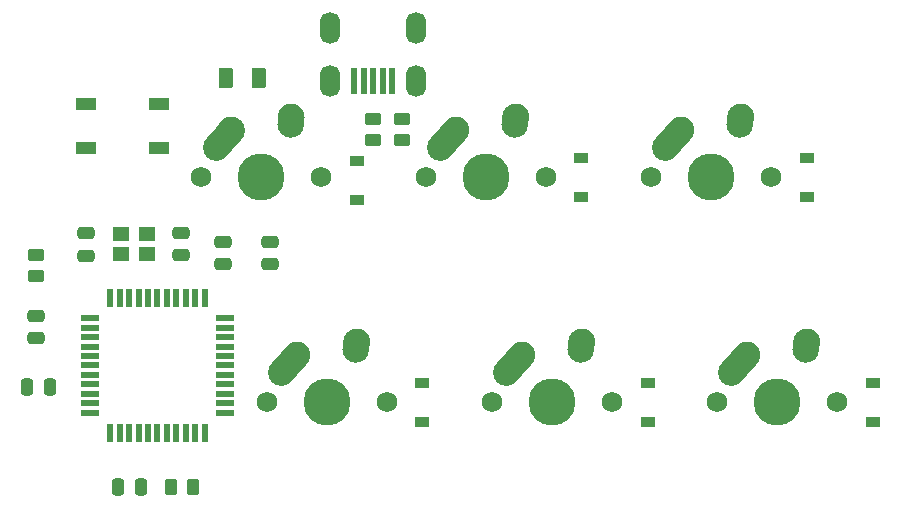
<source format=gbr>
%TF.GenerationSoftware,KiCad,Pcbnew,(6.0.11)*%
%TF.CreationDate,2023-05-29T20:04:11-04:00*%
%TF.ProjectId,MacroPad1.1,4d616372-6f50-4616-9431-2e312e6b6963,rev?*%
%TF.SameCoordinates,Original*%
%TF.FileFunction,Soldermask,Bot*%
%TF.FilePolarity,Negative*%
%FSLAX46Y46*%
G04 Gerber Fmt 4.6, Leading zero omitted, Abs format (unit mm)*
G04 Created by KiCad (PCBNEW (6.0.11)) date 2023-05-29 20:04:11*
%MOMM*%
%LPD*%
G01*
G04 APERTURE LIST*
G04 Aperture macros list*
%AMRoundRect*
0 Rectangle with rounded corners*
0 $1 Rounding radius*
0 $2 $3 $4 $5 $6 $7 $8 $9 X,Y pos of 4 corners*
0 Add a 4 corners polygon primitive as box body*
4,1,4,$2,$3,$4,$5,$6,$7,$8,$9,$2,$3,0*
0 Add four circle primitives for the rounded corners*
1,1,$1+$1,$2,$3*
1,1,$1+$1,$4,$5*
1,1,$1+$1,$6,$7*
1,1,$1+$1,$8,$9*
0 Add four rect primitives between the rounded corners*
20,1,$1+$1,$2,$3,$4,$5,0*
20,1,$1+$1,$4,$5,$6,$7,0*
20,1,$1+$1,$6,$7,$8,$9,0*
20,1,$1+$1,$8,$9,$2,$3,0*%
%AMHorizOval*
0 Thick line with rounded ends*
0 $1 width*
0 $2 $3 position (X,Y) of the first rounded end (center of the circle)*
0 $4 $5 position (X,Y) of the second rounded end (center of the circle)*
0 Add line between two ends*
20,1,$1,$2,$3,$4,$5,0*
0 Add two circle primitives to create the rounded ends*
1,1,$1,$2,$3*
1,1,$1,$4,$5*%
G04 Aperture macros list end*
%ADD10C,1.750000*%
%ADD11C,3.987800*%
%ADD12HorizOval,2.250000X0.655001X0.730000X-0.655001X-0.730000X0*%
%ADD13C,2.250000*%
%ADD14HorizOval,2.250000X0.020000X0.290000X-0.020000X-0.290000X0*%
%ADD15RoundRect,0.250000X0.262500X0.450000X-0.262500X0.450000X-0.262500X-0.450000X0.262500X-0.450000X0*%
%ADD16RoundRect,0.250000X0.475000X-0.250000X0.475000X0.250000X-0.475000X0.250000X-0.475000X-0.250000X0*%
%ADD17R,1.200000X0.900000*%
%ADD18RoundRect,0.250000X-0.475000X0.250000X-0.475000X-0.250000X0.475000X-0.250000X0.475000X0.250000X0*%
%ADD19RoundRect,0.250000X-0.450000X0.262500X-0.450000X-0.262500X0.450000X-0.262500X0.450000X0.262500X0*%
%ADD20RoundRect,0.250000X-0.250000X-0.475000X0.250000X-0.475000X0.250000X0.475000X-0.250000X0.475000X0*%
%ADD21RoundRect,0.250000X0.375000X0.625000X-0.375000X0.625000X-0.375000X-0.625000X0.375000X-0.625000X0*%
%ADD22R,1.800000X1.100000*%
%ADD23R,0.500000X2.250000*%
%ADD24O,1.700000X2.700000*%
%ADD25R,1.500000X0.550000*%
%ADD26R,0.550000X1.500000*%
%ADD27R,1.400000X1.200000*%
G04 APERTURE END LIST*
D10*
%TO.C,MX6*%
X144021250Y-103137500D03*
X133861250Y-103137500D03*
D11*
X138941250Y-103137500D03*
D12*
X135786251Y-99867500D03*
D13*
X136441250Y-99137500D03*
X141481250Y-98057500D03*
D14*
X141461250Y-98347500D03*
%TD*%
D11*
%TO.C,MX3*%
X114303250Y-84087500D03*
D10*
X109223250Y-84087500D03*
X119383250Y-84087500D03*
D13*
X111803250Y-80087500D03*
D12*
X111148251Y-80817500D03*
D14*
X116823250Y-79297500D03*
D13*
X116843250Y-79007500D03*
%TD*%
D10*
%TO.C,MX5*%
X138433250Y-84087500D03*
D11*
X133353250Y-84087500D03*
D10*
X128273250Y-84087500D03*
D13*
X130853250Y-80087500D03*
D12*
X130198251Y-80817500D03*
D13*
X135893250Y-79007500D03*
D14*
X135873250Y-79297500D03*
%TD*%
D10*
%TO.C,MX4*%
X114811250Y-103137500D03*
X124971250Y-103137500D03*
D11*
X119891250Y-103137500D03*
D13*
X117391250Y-99137500D03*
D12*
X116736251Y-99867500D03*
D13*
X122431250Y-98057500D03*
D14*
X122411250Y-98347500D03*
%TD*%
D11*
%TO.C,MX1*%
X95285000Y-84087500D03*
D10*
X100365000Y-84087500D03*
X90205000Y-84087500D03*
D12*
X92130001Y-80817500D03*
D13*
X92785000Y-80087500D03*
X97825000Y-79007500D03*
D14*
X97805000Y-79297500D03*
%TD*%
D10*
%TO.C,MX2*%
X105921250Y-103137500D03*
D11*
X100841250Y-103137500D03*
D10*
X95761250Y-103137500D03*
D13*
X98341250Y-99137500D03*
D12*
X97686251Y-99867500D03*
D13*
X103381250Y-98057500D03*
D14*
X103361250Y-98347500D03*
%TD*%
D15*
%TO.C,R4*%
X89502750Y-110331250D03*
X87677750Y-110331250D03*
%TD*%
D16*
%TO.C,C6*%
X96043750Y-91437500D03*
X96043750Y-89537500D03*
%TD*%
D17*
%TO.C,D3*%
X122399500Y-82437500D03*
X122399500Y-85737500D03*
%TD*%
D18*
%TO.C,C2*%
X88477349Y-88788766D03*
X88477349Y-90688766D03*
%TD*%
D16*
%TO.C,C3*%
X80476349Y-90720516D03*
X80476349Y-88820516D03*
%TD*%
D17*
%TO.C,D1*%
X103381250Y-82737500D03*
X103381250Y-86037500D03*
%TD*%
%TO.C,D6*%
X147069250Y-101487500D03*
X147069250Y-104787500D03*
%TD*%
D19*
%TO.C,R3*%
X76200000Y-90654500D03*
X76200000Y-92479500D03*
%TD*%
%TO.C,R1*%
X104775000Y-79137500D03*
X104775000Y-80962500D03*
%TD*%
D17*
%TO.C,D2*%
X108937500Y-101487500D03*
X108937500Y-104787500D03*
%TD*%
D20*
%TO.C,C4*%
X75504000Y-101854000D03*
X77404000Y-101854000D03*
%TD*%
D21*
%TO.C,F1*%
X95126000Y-75692000D03*
X92326000Y-75692000D03*
%TD*%
D16*
%TO.C,C1*%
X92075000Y-91437500D03*
X92075000Y-89537500D03*
%TD*%
D20*
%TO.C,C5*%
X83195250Y-110331250D03*
X85095250Y-110331250D03*
%TD*%
D22*
%TO.C,SW1*%
X86666000Y-77906000D03*
X80466000Y-81606000D03*
X86666000Y-81606000D03*
X80466000Y-77906000D03*
%TD*%
D17*
%TO.C,D4*%
X128019250Y-101487500D03*
X128019250Y-104787500D03*
%TD*%
D23*
%TO.C,USB1*%
X106375000Y-75937500D03*
X105575000Y-75937500D03*
X104775000Y-75937500D03*
X103975000Y-75937500D03*
X103175000Y-75937500D03*
D24*
X108425000Y-75937500D03*
X101125000Y-75937500D03*
X108425000Y-71437500D03*
X101125000Y-71437500D03*
%TD*%
D17*
%TO.C,D5*%
X141481250Y-82437500D03*
X141481250Y-85737500D03*
%TD*%
D25*
%TO.C,U1*%
X80818750Y-104012500D03*
X80818750Y-103212500D03*
X80818750Y-102412500D03*
X80818750Y-101612500D03*
X80818750Y-100812500D03*
X80818750Y-100012500D03*
X80818750Y-99212500D03*
X80818750Y-98412500D03*
X80818750Y-97612500D03*
X80818750Y-96812500D03*
X80818750Y-96012500D03*
D26*
X82518750Y-94312500D03*
X83318750Y-94312500D03*
X84118750Y-94312500D03*
X84918750Y-94312500D03*
X85718750Y-94312500D03*
X86518750Y-94312500D03*
X87318750Y-94312500D03*
X88118750Y-94312500D03*
X88918750Y-94312500D03*
X89718750Y-94312500D03*
X90518750Y-94312500D03*
D25*
X92218750Y-96012500D03*
X92218750Y-96812500D03*
X92218750Y-97612500D03*
X92218750Y-98412500D03*
X92218750Y-99212500D03*
X92218750Y-100012500D03*
X92218750Y-100812500D03*
X92218750Y-101612500D03*
X92218750Y-102412500D03*
X92218750Y-103212500D03*
X92218750Y-104012500D03*
D26*
X90518750Y-105712500D03*
X89718750Y-105712500D03*
X88918750Y-105712500D03*
X88118750Y-105712500D03*
X87318750Y-105712500D03*
X86518750Y-105712500D03*
X85718750Y-105712500D03*
X84918750Y-105712500D03*
X84118750Y-105712500D03*
X83318750Y-105712500D03*
X82518750Y-105712500D03*
%TD*%
D19*
%TO.C,R2*%
X107188000Y-79137500D03*
X107188000Y-80962500D03*
%TD*%
D18*
%TO.C,C7*%
X76200000Y-95824000D03*
X76200000Y-97724000D03*
%TD*%
D27*
%TO.C,Y1*%
X85640349Y-90588766D03*
X83440349Y-90588766D03*
X83440349Y-88888766D03*
X85640349Y-88888766D03*
%TD*%
M02*

</source>
